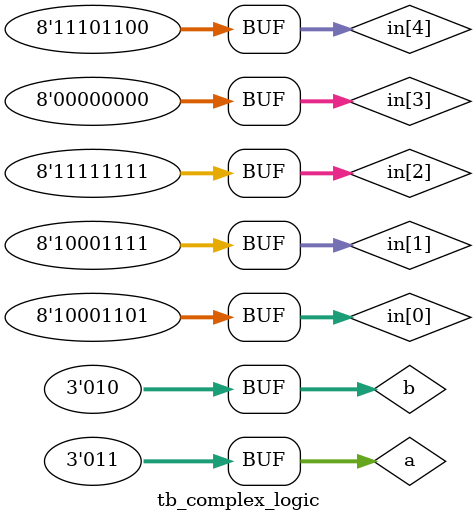
<source format=v>
`timescale 1ns / 1ps


module tb_complex_logic(

    );
wire [7:0]in[4:0];
reg [2:0] a=2'd0;
reg [2:0] b=2'd1;

assign in[0] = 8'b10001101;
assign in[1] = 8'b10001111;
assign in[2] = 8'b11111111;
assign in[3] = 8'b0;
assign in[4] = 8'b11101100;
wire out;

initial begin
    a=3'd0; b=3'd1;
    #1; b=3'd2;
    #1; b=3'd3;
    #1; b=3'd4;
    #1; a=3'd1; 
    #1; a=3'd2;
    #1; a=3'd3;
    #1; b=3'd2;
end

complex_logic and_or
(
    .x(in[a]),
    .y(in[b]),
    .z(out)
);

endmodule

</source>
